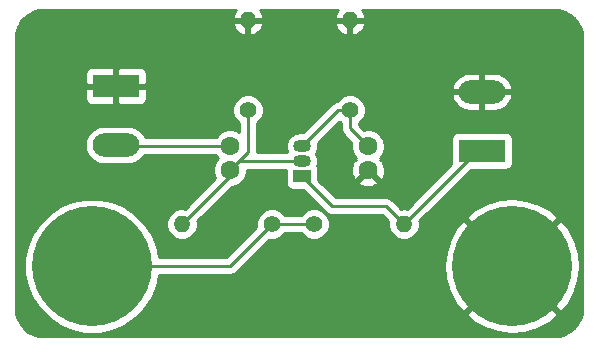
<source format=gbr>
%TF.GenerationSoftware,KiCad,Pcbnew,(5.1.8)-1*%
%TF.CreationDate,2022-01-13T18:29:01+02:00*%
%TF.ProjectId,Single_transistor_AMP,53696e67-6c65-45f7-9472-616e73697374,rev?*%
%TF.SameCoordinates,Original*%
%TF.FileFunction,Copper,L1,Top*%
%TF.FilePolarity,Positive*%
%FSLAX46Y46*%
G04 Gerber Fmt 4.6, Leading zero omitted, Abs format (unit mm)*
G04 Created by KiCad (PCBNEW (5.1.8)-1) date 2022-01-13 18:29:01*
%MOMM*%
%LPD*%
G01*
G04 APERTURE LIST*
%TA.AperFunction,ComponentPad*%
%ADD10C,1.600000*%
%TD*%
%TA.AperFunction,ComponentPad*%
%ADD11R,3.960000X1.980000*%
%TD*%
%TA.AperFunction,ComponentPad*%
%ADD12O,3.960000X1.980000*%
%TD*%
%TA.AperFunction,ComponentPad*%
%ADD13O,1.500000X1.050000*%
%TD*%
%TA.AperFunction,ComponentPad*%
%ADD14R,1.500000X1.050000*%
%TD*%
%TA.AperFunction,ComponentPad*%
%ADD15O,1.400000X1.400000*%
%TD*%
%TA.AperFunction,ComponentPad*%
%ADD16C,1.400000*%
%TD*%
%TA.AperFunction,ComponentPad*%
%ADD17C,10.160000*%
%TD*%
%TA.AperFunction,Conductor*%
%ADD18C,0.250000*%
%TD*%
%TA.AperFunction,Conductor*%
%ADD19C,0.254000*%
%TD*%
%TA.AperFunction,Conductor*%
%ADD20C,0.100000*%
%TD*%
G04 APERTURE END LIST*
D10*
%TO.P,C1,1*%
%TO.N,Net-(C1-Pad1)*%
X110236000Y-69596000D03*
%TO.P,C1,2*%
%TO.N,Net-(C1-Pad2)*%
X110236000Y-67596000D03*
%TD*%
%TO.P,C2,2*%
%TO.N,Net-(C2-Pad2)*%
X121920000Y-67596000D03*
%TO.P,C2,1*%
%TO.N,GNDREF*%
X121920000Y-69596000D03*
%TD*%
D11*
%TO.P,J1,1*%
%TO.N,GNDREF*%
X100584000Y-62484000D03*
D12*
%TO.P,J1,2*%
%TO.N,Net-(C1-Pad2)*%
X100584000Y-67484000D03*
%TD*%
%TO.P,J2,2*%
%TO.N,GNDREF*%
X131572000Y-62963001D03*
D11*
%TO.P,J2,1*%
%TO.N,Net-(J2-Pad1)*%
X131572000Y-67963001D03*
%TD*%
D13*
%TO.P,Q1,2*%
%TO.N,Net-(C1-Pad1)*%
X116332000Y-68834000D03*
%TO.P,Q1,3*%
%TO.N,Net-(C2-Pad2)*%
X116332000Y-67564000D03*
D14*
%TO.P,Q1,1*%
%TO.N,Net-(J2-Pad1)*%
X116332000Y-70104000D03*
%TD*%
D15*
%TO.P,R1,2*%
%TO.N,Net-(C1-Pad1)*%
X106172000Y-74168000D03*
D16*
%TO.P,R1,1*%
%TO.N,+9V*%
X113792000Y-74168000D03*
%TD*%
%TO.P,R2,1*%
%TO.N,Net-(C1-Pad1)*%
X111760000Y-64516000D03*
D15*
%TO.P,R2,2*%
%TO.N,GNDREF*%
X111760000Y-56896000D03*
%TD*%
D16*
%TO.P,R3,1*%
%TO.N,+9V*%
X117348000Y-74168000D03*
D15*
%TO.P,R3,2*%
%TO.N,Net-(J2-Pad1)*%
X124968000Y-74168000D03*
%TD*%
%TO.P,R4,2*%
%TO.N,GNDREF*%
X120396000Y-56896000D03*
D16*
%TO.P,R4,1*%
%TO.N,Net-(C2-Pad2)*%
X120396000Y-64516000D03*
%TD*%
D17*
%TO.P,J3,1*%
%TO.N,+9V*%
X98552000Y-77724000D03*
%TD*%
%TO.P,J4,1*%
%TO.N,GNDREF*%
X134112000Y-77724000D03*
%TD*%
D18*
%TO.N,Net-(C1-Pad1)*%
X110236000Y-70104000D02*
X110236000Y-69596000D01*
X106172000Y-74168000D02*
X110236000Y-70104000D01*
X110998000Y-68834000D02*
X116332000Y-68834000D01*
X110236000Y-69596000D02*
X110998000Y-68834000D01*
X111760000Y-68072000D02*
X111760000Y-64516000D01*
X110236000Y-69596000D02*
X111760000Y-68072000D01*
%TO.N,Net-(C1-Pad2)*%
X100696000Y-67596000D02*
X100584000Y-67484000D01*
X110236000Y-67596000D02*
X100696000Y-67596000D01*
%TO.N,Net-(C2-Pad2)*%
X120396000Y-66072000D02*
X121920000Y-67596000D01*
X120396000Y-64516000D02*
X120396000Y-66072000D01*
X119380000Y-64516000D02*
X116332000Y-67564000D01*
X120396000Y-64516000D02*
X119380000Y-64516000D01*
%TO.N,Net-(J2-Pad1)*%
X124968000Y-74168000D02*
X123444000Y-72644000D01*
X118872000Y-72644000D02*
X116332000Y-70104000D01*
X123444000Y-72644000D02*
X118872000Y-72644000D01*
X131172999Y-67963001D02*
X131572000Y-67963001D01*
X124968000Y-74168000D02*
X131172999Y-67963001D01*
%TO.N,+9V*%
X110236000Y-77724000D02*
X113792000Y-74168000D01*
X98552000Y-77724000D02*
X110236000Y-77724000D01*
X113792000Y-74168000D02*
X117348000Y-74168000D01*
%TD*%
D19*
%TO.N,GNDREF*%
X110693241Y-56093340D02*
X110557147Y-56316877D01*
X110467278Y-56562670D01*
X110589799Y-56769000D01*
X111633000Y-56769000D01*
X111633000Y-56749000D01*
X111887000Y-56749000D01*
X111887000Y-56769000D01*
X112930201Y-56769000D01*
X113052722Y-56562670D01*
X112962853Y-56316877D01*
X112826759Y-56093340D01*
X112770386Y-56032000D01*
X119385614Y-56032000D01*
X119329241Y-56093340D01*
X119193147Y-56316877D01*
X119103278Y-56562670D01*
X119225799Y-56769000D01*
X120269000Y-56769000D01*
X120269000Y-56749000D01*
X120523000Y-56749000D01*
X120523000Y-56769000D01*
X121566201Y-56769000D01*
X121688722Y-56562670D01*
X121598853Y-56316877D01*
X121462759Y-56093340D01*
X121406386Y-56032000D01*
X137635721Y-56032000D01*
X138131216Y-56080584D01*
X138576793Y-56215112D01*
X138987746Y-56433620D01*
X139348434Y-56727788D01*
X139645119Y-57086419D01*
X139866491Y-57495838D01*
X140004126Y-57940465D01*
X140056001Y-58434021D01*
X140056000Y-74708418D01*
X140056001Y-74708428D01*
X140056000Y-81247721D01*
X140007416Y-81743216D01*
X139872890Y-82188790D01*
X139654382Y-82599745D01*
X139360209Y-82960436D01*
X139001581Y-83257119D01*
X138592162Y-83478491D01*
X138147535Y-83616126D01*
X137653990Y-83668000D01*
X94520279Y-83668000D01*
X94024784Y-83619416D01*
X93579210Y-83484890D01*
X93168255Y-83266382D01*
X92807564Y-82972209D01*
X92510881Y-82613581D01*
X92289509Y-82204162D01*
X92151874Y-81759535D01*
X92100000Y-81265990D01*
X92100000Y-77161122D01*
X92837000Y-77161122D01*
X92837000Y-78286878D01*
X93056625Y-79391004D01*
X93487433Y-80431067D01*
X94112870Y-81367100D01*
X94908900Y-82163130D01*
X95844933Y-82788567D01*
X96884996Y-83219375D01*
X97989122Y-83439000D01*
X99114878Y-83439000D01*
X100219004Y-83219375D01*
X101259067Y-82788567D01*
X102195100Y-82163130D01*
X102597034Y-81761196D01*
X130254409Y-81761196D01*
X130840124Y-82443416D01*
X131823704Y-82991045D01*
X132895223Y-83336265D01*
X134013501Y-83465808D01*
X135135565Y-83374697D01*
X136218294Y-83066433D01*
X137220079Y-82552863D01*
X137383876Y-82443416D01*
X137969591Y-81761196D01*
X134112000Y-77903605D01*
X130254409Y-81761196D01*
X102597034Y-81761196D01*
X102991130Y-81367100D01*
X103616567Y-80431067D01*
X104047375Y-79391004D01*
X104227790Y-78484000D01*
X110198678Y-78484000D01*
X110236000Y-78487676D01*
X110273322Y-78484000D01*
X110273333Y-78484000D01*
X110384986Y-78473003D01*
X110528247Y-78429546D01*
X110660276Y-78358974D01*
X110776001Y-78264001D01*
X110799804Y-78234997D01*
X111409300Y-77625501D01*
X128370192Y-77625501D01*
X128461303Y-78747565D01*
X128769567Y-79830294D01*
X129283137Y-80832079D01*
X129392584Y-80995876D01*
X130074804Y-81581591D01*
X133932395Y-77724000D01*
X134291605Y-77724000D01*
X138149196Y-81581591D01*
X138831416Y-80995876D01*
X139379045Y-80012296D01*
X139724265Y-78940777D01*
X139853808Y-77822499D01*
X139762697Y-76700435D01*
X139454433Y-75617706D01*
X138940863Y-74615921D01*
X138831416Y-74452124D01*
X138149196Y-73866409D01*
X134291605Y-77724000D01*
X133932395Y-77724000D01*
X130074804Y-73866409D01*
X129392584Y-74452124D01*
X128844955Y-75435704D01*
X128499735Y-76507223D01*
X128370192Y-77625501D01*
X111409300Y-77625501D01*
X113553157Y-75481645D01*
X113660514Y-75503000D01*
X113923486Y-75503000D01*
X114181405Y-75451696D01*
X114424359Y-75351061D01*
X114643013Y-75204962D01*
X114828962Y-75019013D01*
X114889775Y-74928000D01*
X116250225Y-74928000D01*
X116311038Y-75019013D01*
X116496987Y-75204962D01*
X116715641Y-75351061D01*
X116958595Y-75451696D01*
X117216514Y-75503000D01*
X117479486Y-75503000D01*
X117737405Y-75451696D01*
X117980359Y-75351061D01*
X118199013Y-75204962D01*
X118384962Y-75019013D01*
X118531061Y-74800359D01*
X118631696Y-74557405D01*
X118683000Y-74299486D01*
X118683000Y-74036514D01*
X118631696Y-73778595D01*
X118531061Y-73535641D01*
X118384962Y-73316987D01*
X118199013Y-73131038D01*
X117980359Y-72984939D01*
X117737405Y-72884304D01*
X117479486Y-72833000D01*
X117216514Y-72833000D01*
X116958595Y-72884304D01*
X116715641Y-72984939D01*
X116496987Y-73131038D01*
X116311038Y-73316987D01*
X116250225Y-73408000D01*
X114889775Y-73408000D01*
X114828962Y-73316987D01*
X114643013Y-73131038D01*
X114424359Y-72984939D01*
X114181405Y-72884304D01*
X113923486Y-72833000D01*
X113660514Y-72833000D01*
X113402595Y-72884304D01*
X113159641Y-72984939D01*
X112940987Y-73131038D01*
X112755038Y-73316987D01*
X112608939Y-73535641D01*
X112508304Y-73778595D01*
X112457000Y-74036514D01*
X112457000Y-74299486D01*
X112478355Y-74406843D01*
X109921199Y-76964000D01*
X104227790Y-76964000D01*
X104047375Y-76056996D01*
X103616567Y-75016933D01*
X102991130Y-74080900D01*
X102195100Y-73284870D01*
X101259067Y-72659433D01*
X100219004Y-72228625D01*
X99114878Y-72009000D01*
X97989122Y-72009000D01*
X96884996Y-72228625D01*
X95844933Y-72659433D01*
X94908900Y-73284870D01*
X94112870Y-74080900D01*
X93487433Y-75016933D01*
X93056625Y-76056996D01*
X92837000Y-77161122D01*
X92100000Y-77161122D01*
X92100000Y-67484000D01*
X97961138Y-67484000D01*
X97992513Y-67802556D01*
X98085432Y-68108869D01*
X98236325Y-68391170D01*
X98439392Y-68638608D01*
X98686830Y-68841675D01*
X98969131Y-68992568D01*
X99275444Y-69085487D01*
X99514176Y-69109000D01*
X101653824Y-69109000D01*
X101892556Y-69085487D01*
X102198869Y-68992568D01*
X102481170Y-68841675D01*
X102728608Y-68638608D01*
X102931675Y-68391170D01*
X102950474Y-68356000D01*
X109017957Y-68356000D01*
X109121363Y-68510759D01*
X109206604Y-68596000D01*
X109121363Y-68681241D01*
X108964320Y-68916273D01*
X108856147Y-69177426D01*
X108801000Y-69454665D01*
X108801000Y-69737335D01*
X108856147Y-70014574D01*
X108964320Y-70275727D01*
X108974394Y-70290804D01*
X106410844Y-72854355D01*
X106303486Y-72833000D01*
X106040514Y-72833000D01*
X105782595Y-72884304D01*
X105539641Y-72984939D01*
X105320987Y-73131038D01*
X105135038Y-73316987D01*
X104988939Y-73535641D01*
X104888304Y-73778595D01*
X104837000Y-74036514D01*
X104837000Y-74299486D01*
X104888304Y-74557405D01*
X104988939Y-74800359D01*
X105135038Y-75019013D01*
X105320987Y-75204962D01*
X105539641Y-75351061D01*
X105782595Y-75451696D01*
X106040514Y-75503000D01*
X106303486Y-75503000D01*
X106561405Y-75451696D01*
X106804359Y-75351061D01*
X107023013Y-75204962D01*
X107208962Y-75019013D01*
X107355061Y-74800359D01*
X107455696Y-74557405D01*
X107507000Y-74299486D01*
X107507000Y-74036514D01*
X107485645Y-73929156D01*
X110385408Y-71029394D01*
X110654574Y-70975853D01*
X110915727Y-70867680D01*
X111150759Y-70710637D01*
X111350637Y-70510759D01*
X111507680Y-70275727D01*
X111615853Y-70014574D01*
X111671000Y-69737335D01*
X111671000Y-69594000D01*
X114943928Y-69594000D01*
X114943928Y-70629000D01*
X114956188Y-70753482D01*
X114992498Y-70873180D01*
X115051463Y-70983494D01*
X115130815Y-71080185D01*
X115227506Y-71159537D01*
X115337820Y-71218502D01*
X115457518Y-71254812D01*
X115582000Y-71267072D01*
X116420270Y-71267072D01*
X118308205Y-73155008D01*
X118331999Y-73184001D01*
X118360992Y-73207795D01*
X118360996Y-73207799D01*
X118431685Y-73265811D01*
X118447724Y-73278974D01*
X118579753Y-73349546D01*
X118723014Y-73393003D01*
X118834667Y-73404000D01*
X118834676Y-73404000D01*
X118871999Y-73407676D01*
X118909322Y-73404000D01*
X123129199Y-73404000D01*
X123654355Y-73929157D01*
X123633000Y-74036514D01*
X123633000Y-74299486D01*
X123684304Y-74557405D01*
X123784939Y-74800359D01*
X123931038Y-75019013D01*
X124116987Y-75204962D01*
X124335641Y-75351061D01*
X124578595Y-75451696D01*
X124836514Y-75503000D01*
X125099486Y-75503000D01*
X125357405Y-75451696D01*
X125600359Y-75351061D01*
X125819013Y-75204962D01*
X126004962Y-75019013D01*
X126151061Y-74800359D01*
X126251696Y-74557405D01*
X126303000Y-74299486D01*
X126303000Y-74036514D01*
X126281645Y-73929156D01*
X126523997Y-73686804D01*
X130254409Y-73686804D01*
X134112000Y-77544395D01*
X137969591Y-73686804D01*
X137383876Y-73004584D01*
X136400296Y-72456955D01*
X135328777Y-72111735D01*
X134210499Y-71982192D01*
X133088435Y-72073303D01*
X132005706Y-72381567D01*
X131003921Y-72895137D01*
X130840124Y-73004584D01*
X130254409Y-73686804D01*
X126523997Y-73686804D01*
X130619729Y-69591073D01*
X133552000Y-69591073D01*
X133676482Y-69578813D01*
X133796180Y-69542503D01*
X133906494Y-69483538D01*
X134003185Y-69404186D01*
X134082537Y-69307495D01*
X134141502Y-69197181D01*
X134177812Y-69077483D01*
X134190072Y-68953001D01*
X134190072Y-66973001D01*
X134177812Y-66848519D01*
X134141502Y-66728821D01*
X134082537Y-66618507D01*
X134003185Y-66521816D01*
X133906494Y-66442464D01*
X133796180Y-66383499D01*
X133676482Y-66347189D01*
X133552000Y-66334929D01*
X129592000Y-66334929D01*
X129467518Y-66347189D01*
X129347820Y-66383499D01*
X129237506Y-66442464D01*
X129140815Y-66521816D01*
X129061463Y-66618507D01*
X129002498Y-66728821D01*
X128966188Y-66848519D01*
X128953928Y-66973001D01*
X128953928Y-68953001D01*
X128966188Y-69077483D01*
X128970267Y-69090931D01*
X125206844Y-72854355D01*
X125099486Y-72833000D01*
X124836514Y-72833000D01*
X124729157Y-72854355D01*
X124007803Y-72133002D01*
X123984001Y-72103999D01*
X123868276Y-72009026D01*
X123736247Y-71938454D01*
X123592986Y-71894997D01*
X123481333Y-71884000D01*
X123481322Y-71884000D01*
X123444000Y-71880324D01*
X123406678Y-71884000D01*
X119186803Y-71884000D01*
X117891505Y-70588702D01*
X121106903Y-70588702D01*
X121178486Y-70832671D01*
X121433996Y-70953571D01*
X121708184Y-71022300D01*
X121990512Y-71036217D01*
X122270130Y-70994787D01*
X122536292Y-70899603D01*
X122661514Y-70832671D01*
X122733097Y-70588702D01*
X121920000Y-69775605D01*
X121106903Y-70588702D01*
X117891505Y-70588702D01*
X117720072Y-70417270D01*
X117720072Y-69579000D01*
X117707812Y-69454518D01*
X117671502Y-69334820D01*
X117636907Y-69270098D01*
X117700215Y-69061400D01*
X117722612Y-68834000D01*
X117700215Y-68606600D01*
X117633885Y-68387940D01*
X117532895Y-68199000D01*
X117633885Y-68010060D01*
X117700215Y-67791400D01*
X117722612Y-67564000D01*
X117700215Y-67336600D01*
X117684851Y-67285951D01*
X119481413Y-65489388D01*
X119544987Y-65552962D01*
X119636001Y-65613775D01*
X119636001Y-66034668D01*
X119632324Y-66072000D01*
X119646998Y-66220985D01*
X119690454Y-66364246D01*
X119761026Y-66496276D01*
X119827136Y-66576830D01*
X119856000Y-66612001D01*
X119884998Y-66635799D01*
X120521312Y-67272114D01*
X120485000Y-67454665D01*
X120485000Y-67737335D01*
X120540147Y-68014574D01*
X120648320Y-68275727D01*
X120805363Y-68510759D01*
X120886129Y-68591525D01*
X120811023Y-68666630D01*
X120927296Y-68782903D01*
X120683329Y-68854486D01*
X120562429Y-69109996D01*
X120493700Y-69384184D01*
X120479783Y-69666512D01*
X120521213Y-69946130D01*
X120616397Y-70212292D01*
X120683329Y-70337514D01*
X120927298Y-70409097D01*
X121740395Y-69596000D01*
X121726253Y-69581858D01*
X121905858Y-69402253D01*
X121920000Y-69416395D01*
X121934143Y-69402253D01*
X122113748Y-69581858D01*
X122099605Y-69596000D01*
X122912702Y-70409097D01*
X123156671Y-70337514D01*
X123277571Y-70082004D01*
X123346300Y-69807816D01*
X123360217Y-69525488D01*
X123318787Y-69245870D01*
X123223603Y-68979708D01*
X123156671Y-68854486D01*
X122912704Y-68782903D01*
X123028977Y-68666630D01*
X122953872Y-68591525D01*
X123034637Y-68510759D01*
X123191680Y-68275727D01*
X123299853Y-68014574D01*
X123355000Y-67737335D01*
X123355000Y-67454665D01*
X123299853Y-67177426D01*
X123191680Y-66916273D01*
X123034637Y-66681241D01*
X122834759Y-66481363D01*
X122599727Y-66324320D01*
X122338574Y-66216147D01*
X122061335Y-66161000D01*
X121778665Y-66161000D01*
X121596114Y-66197312D01*
X121156000Y-65757199D01*
X121156000Y-65613775D01*
X121247013Y-65552962D01*
X121432962Y-65367013D01*
X121579061Y-65148359D01*
X121679696Y-64905405D01*
X121731000Y-64647486D01*
X121731000Y-64384514D01*
X121679696Y-64126595D01*
X121579061Y-63883641D01*
X121432962Y-63664987D01*
X121247013Y-63479038D01*
X121041720Y-63341866D01*
X129001782Y-63341866D01*
X129032095Y-63467529D01*
X129160304Y-63760206D01*
X129343148Y-64022247D01*
X129573601Y-64243582D01*
X129842806Y-64415705D01*
X130140418Y-64532001D01*
X130455000Y-64588001D01*
X131445000Y-64588001D01*
X131445000Y-63090001D01*
X131699000Y-63090001D01*
X131699000Y-64588001D01*
X132689000Y-64588001D01*
X133003582Y-64532001D01*
X133301194Y-64415705D01*
X133570399Y-64243582D01*
X133800852Y-64022247D01*
X133983696Y-63760206D01*
X134111905Y-63467529D01*
X134142218Y-63341866D01*
X134022740Y-63090001D01*
X131699000Y-63090001D01*
X131445000Y-63090001D01*
X129121260Y-63090001D01*
X129001782Y-63341866D01*
X121041720Y-63341866D01*
X121028359Y-63332939D01*
X120785405Y-63232304D01*
X120527486Y-63181000D01*
X120264514Y-63181000D01*
X120006595Y-63232304D01*
X119763641Y-63332939D01*
X119544987Y-63479038D01*
X119359038Y-63664987D01*
X119295095Y-63760686D01*
X119231014Y-63766997D01*
X119087753Y-63810454D01*
X118955723Y-63881026D01*
X118901916Y-63925185D01*
X118839999Y-63975999D01*
X118816201Y-64004997D01*
X116417199Y-66404000D01*
X116050021Y-66404000D01*
X115879600Y-66420785D01*
X115660940Y-66487115D01*
X115459421Y-66594829D01*
X115282788Y-66739788D01*
X115137829Y-66916421D01*
X115030115Y-67117940D01*
X114963785Y-67336600D01*
X114941388Y-67564000D01*
X114963785Y-67791400D01*
X115030115Y-68010060D01*
X115064292Y-68074000D01*
X112523479Y-68074000D01*
X112523676Y-68072001D01*
X112520000Y-68034678D01*
X112520000Y-65613775D01*
X112611013Y-65552962D01*
X112796962Y-65367013D01*
X112943061Y-65148359D01*
X113043696Y-64905405D01*
X113095000Y-64647486D01*
X113095000Y-64384514D01*
X113043696Y-64126595D01*
X112943061Y-63883641D01*
X112796962Y-63664987D01*
X112611013Y-63479038D01*
X112392359Y-63332939D01*
X112149405Y-63232304D01*
X111891486Y-63181000D01*
X111628514Y-63181000D01*
X111370595Y-63232304D01*
X111127641Y-63332939D01*
X110908987Y-63479038D01*
X110723038Y-63664987D01*
X110576939Y-63883641D01*
X110476304Y-64126595D01*
X110425000Y-64384514D01*
X110425000Y-64647486D01*
X110476304Y-64905405D01*
X110576939Y-65148359D01*
X110723038Y-65367013D01*
X110908987Y-65552962D01*
X111000001Y-65613775D01*
X111000000Y-66380630D01*
X110915727Y-66324320D01*
X110654574Y-66216147D01*
X110377335Y-66161000D01*
X110094665Y-66161000D01*
X109817426Y-66216147D01*
X109556273Y-66324320D01*
X109321241Y-66481363D01*
X109121363Y-66681241D01*
X109017957Y-66836000D01*
X103070204Y-66836000D01*
X102931675Y-66576830D01*
X102728608Y-66329392D01*
X102481170Y-66126325D01*
X102198869Y-65975432D01*
X101892556Y-65882513D01*
X101653824Y-65859000D01*
X99514176Y-65859000D01*
X99275444Y-65882513D01*
X98969131Y-65975432D01*
X98686830Y-66126325D01*
X98439392Y-66329392D01*
X98236325Y-66576830D01*
X98085432Y-66859131D01*
X97992513Y-67165444D01*
X97961138Y-67484000D01*
X92100000Y-67484000D01*
X92100000Y-63474000D01*
X97965928Y-63474000D01*
X97978188Y-63598482D01*
X98014498Y-63718180D01*
X98073463Y-63828494D01*
X98152815Y-63925185D01*
X98249506Y-64004537D01*
X98359820Y-64063502D01*
X98479518Y-64099812D01*
X98604000Y-64112072D01*
X100298250Y-64109000D01*
X100457000Y-63950250D01*
X100457000Y-62611000D01*
X100711000Y-62611000D01*
X100711000Y-63950250D01*
X100869750Y-64109000D01*
X102564000Y-64112072D01*
X102688482Y-64099812D01*
X102808180Y-64063502D01*
X102918494Y-64004537D01*
X103015185Y-63925185D01*
X103094537Y-63828494D01*
X103153502Y-63718180D01*
X103189812Y-63598482D01*
X103202072Y-63474000D01*
X103199000Y-62769750D01*
X103040250Y-62611000D01*
X100711000Y-62611000D01*
X100457000Y-62611000D01*
X98127750Y-62611000D01*
X97969000Y-62769750D01*
X97965928Y-63474000D01*
X92100000Y-63474000D01*
X92100000Y-62584136D01*
X129001782Y-62584136D01*
X129121260Y-62836001D01*
X131445000Y-62836001D01*
X131445000Y-61338001D01*
X131699000Y-61338001D01*
X131699000Y-62836001D01*
X134022740Y-62836001D01*
X134142218Y-62584136D01*
X134111905Y-62458473D01*
X133983696Y-62165796D01*
X133800852Y-61903755D01*
X133570399Y-61682420D01*
X133301194Y-61510297D01*
X133003582Y-61394001D01*
X132689000Y-61338001D01*
X131699000Y-61338001D01*
X131445000Y-61338001D01*
X130455000Y-61338001D01*
X130140418Y-61394001D01*
X129842806Y-61510297D01*
X129573601Y-61682420D01*
X129343148Y-61903755D01*
X129160304Y-62165796D01*
X129032095Y-62458473D01*
X129001782Y-62584136D01*
X92100000Y-62584136D01*
X92100000Y-61494000D01*
X97965928Y-61494000D01*
X97969000Y-62198250D01*
X98127750Y-62357000D01*
X100457000Y-62357000D01*
X100457000Y-61017750D01*
X100711000Y-61017750D01*
X100711000Y-62357000D01*
X103040250Y-62357000D01*
X103199000Y-62198250D01*
X103202072Y-61494000D01*
X103189812Y-61369518D01*
X103153502Y-61249820D01*
X103094537Y-61139506D01*
X103015185Y-61042815D01*
X102918494Y-60963463D01*
X102808180Y-60904498D01*
X102688482Y-60868188D01*
X102564000Y-60855928D01*
X100869750Y-60859000D01*
X100711000Y-61017750D01*
X100457000Y-61017750D01*
X100298250Y-60859000D01*
X98604000Y-60855928D01*
X98479518Y-60868188D01*
X98359820Y-60904498D01*
X98249506Y-60963463D01*
X98152815Y-61042815D01*
X98073463Y-61139506D01*
X98014498Y-61249820D01*
X97978188Y-61369518D01*
X97965928Y-61494000D01*
X92100000Y-61494000D01*
X92100000Y-58452279D01*
X92148584Y-57956784D01*
X92283112Y-57511207D01*
X92432988Y-57229330D01*
X110467278Y-57229330D01*
X110557147Y-57475123D01*
X110693241Y-57698660D01*
X110870330Y-57891351D01*
X111081608Y-58045792D01*
X111318956Y-58156047D01*
X111426671Y-58188716D01*
X111633000Y-58065374D01*
X111633000Y-57023000D01*
X111887000Y-57023000D01*
X111887000Y-58065374D01*
X112093329Y-58188716D01*
X112201044Y-58156047D01*
X112438392Y-58045792D01*
X112649670Y-57891351D01*
X112826759Y-57698660D01*
X112962853Y-57475123D01*
X113052722Y-57229330D01*
X119103278Y-57229330D01*
X119193147Y-57475123D01*
X119329241Y-57698660D01*
X119506330Y-57891351D01*
X119717608Y-58045792D01*
X119954956Y-58156047D01*
X120062671Y-58188716D01*
X120269000Y-58065374D01*
X120269000Y-57023000D01*
X120523000Y-57023000D01*
X120523000Y-58065374D01*
X120729329Y-58188716D01*
X120837044Y-58156047D01*
X121074392Y-58045792D01*
X121285670Y-57891351D01*
X121462759Y-57698660D01*
X121598853Y-57475123D01*
X121688722Y-57229330D01*
X121566201Y-57023000D01*
X120523000Y-57023000D01*
X120269000Y-57023000D01*
X119225799Y-57023000D01*
X119103278Y-57229330D01*
X113052722Y-57229330D01*
X112930201Y-57023000D01*
X111887000Y-57023000D01*
X111633000Y-57023000D01*
X110589799Y-57023000D01*
X110467278Y-57229330D01*
X92432988Y-57229330D01*
X92501620Y-57100254D01*
X92795788Y-56739566D01*
X93154419Y-56442881D01*
X93563838Y-56221509D01*
X94008465Y-56083874D01*
X94502011Y-56032000D01*
X110749614Y-56032000D01*
X110693241Y-56093340D01*
%TA.AperFunction,Conductor*%
D20*
G36*
X110693241Y-56093340D02*
G01*
X110557147Y-56316877D01*
X110467278Y-56562670D01*
X110589799Y-56769000D01*
X111633000Y-56769000D01*
X111633000Y-56749000D01*
X111887000Y-56749000D01*
X111887000Y-56769000D01*
X112930201Y-56769000D01*
X113052722Y-56562670D01*
X112962853Y-56316877D01*
X112826759Y-56093340D01*
X112770386Y-56032000D01*
X119385614Y-56032000D01*
X119329241Y-56093340D01*
X119193147Y-56316877D01*
X119103278Y-56562670D01*
X119225799Y-56769000D01*
X120269000Y-56769000D01*
X120269000Y-56749000D01*
X120523000Y-56749000D01*
X120523000Y-56769000D01*
X121566201Y-56769000D01*
X121688722Y-56562670D01*
X121598853Y-56316877D01*
X121462759Y-56093340D01*
X121406386Y-56032000D01*
X137635721Y-56032000D01*
X138131216Y-56080584D01*
X138576793Y-56215112D01*
X138987746Y-56433620D01*
X139348434Y-56727788D01*
X139645119Y-57086419D01*
X139866491Y-57495838D01*
X140004126Y-57940465D01*
X140056001Y-58434021D01*
X140056000Y-74708418D01*
X140056001Y-74708428D01*
X140056000Y-81247721D01*
X140007416Y-81743216D01*
X139872890Y-82188790D01*
X139654382Y-82599745D01*
X139360209Y-82960436D01*
X139001581Y-83257119D01*
X138592162Y-83478491D01*
X138147535Y-83616126D01*
X137653990Y-83668000D01*
X94520279Y-83668000D01*
X94024784Y-83619416D01*
X93579210Y-83484890D01*
X93168255Y-83266382D01*
X92807564Y-82972209D01*
X92510881Y-82613581D01*
X92289509Y-82204162D01*
X92151874Y-81759535D01*
X92100000Y-81265990D01*
X92100000Y-77161122D01*
X92837000Y-77161122D01*
X92837000Y-78286878D01*
X93056625Y-79391004D01*
X93487433Y-80431067D01*
X94112870Y-81367100D01*
X94908900Y-82163130D01*
X95844933Y-82788567D01*
X96884996Y-83219375D01*
X97989122Y-83439000D01*
X99114878Y-83439000D01*
X100219004Y-83219375D01*
X101259067Y-82788567D01*
X102195100Y-82163130D01*
X102597034Y-81761196D01*
X130254409Y-81761196D01*
X130840124Y-82443416D01*
X131823704Y-82991045D01*
X132895223Y-83336265D01*
X134013501Y-83465808D01*
X135135565Y-83374697D01*
X136218294Y-83066433D01*
X137220079Y-82552863D01*
X137383876Y-82443416D01*
X137969591Y-81761196D01*
X134112000Y-77903605D01*
X130254409Y-81761196D01*
X102597034Y-81761196D01*
X102991130Y-81367100D01*
X103616567Y-80431067D01*
X104047375Y-79391004D01*
X104227790Y-78484000D01*
X110198678Y-78484000D01*
X110236000Y-78487676D01*
X110273322Y-78484000D01*
X110273333Y-78484000D01*
X110384986Y-78473003D01*
X110528247Y-78429546D01*
X110660276Y-78358974D01*
X110776001Y-78264001D01*
X110799804Y-78234997D01*
X111409300Y-77625501D01*
X128370192Y-77625501D01*
X128461303Y-78747565D01*
X128769567Y-79830294D01*
X129283137Y-80832079D01*
X129392584Y-80995876D01*
X130074804Y-81581591D01*
X133932395Y-77724000D01*
X134291605Y-77724000D01*
X138149196Y-81581591D01*
X138831416Y-80995876D01*
X139379045Y-80012296D01*
X139724265Y-78940777D01*
X139853808Y-77822499D01*
X139762697Y-76700435D01*
X139454433Y-75617706D01*
X138940863Y-74615921D01*
X138831416Y-74452124D01*
X138149196Y-73866409D01*
X134291605Y-77724000D01*
X133932395Y-77724000D01*
X130074804Y-73866409D01*
X129392584Y-74452124D01*
X128844955Y-75435704D01*
X128499735Y-76507223D01*
X128370192Y-77625501D01*
X111409300Y-77625501D01*
X113553157Y-75481645D01*
X113660514Y-75503000D01*
X113923486Y-75503000D01*
X114181405Y-75451696D01*
X114424359Y-75351061D01*
X114643013Y-75204962D01*
X114828962Y-75019013D01*
X114889775Y-74928000D01*
X116250225Y-74928000D01*
X116311038Y-75019013D01*
X116496987Y-75204962D01*
X116715641Y-75351061D01*
X116958595Y-75451696D01*
X117216514Y-75503000D01*
X117479486Y-75503000D01*
X117737405Y-75451696D01*
X117980359Y-75351061D01*
X118199013Y-75204962D01*
X118384962Y-75019013D01*
X118531061Y-74800359D01*
X118631696Y-74557405D01*
X118683000Y-74299486D01*
X118683000Y-74036514D01*
X118631696Y-73778595D01*
X118531061Y-73535641D01*
X118384962Y-73316987D01*
X118199013Y-73131038D01*
X117980359Y-72984939D01*
X117737405Y-72884304D01*
X117479486Y-72833000D01*
X117216514Y-72833000D01*
X116958595Y-72884304D01*
X116715641Y-72984939D01*
X116496987Y-73131038D01*
X116311038Y-73316987D01*
X116250225Y-73408000D01*
X114889775Y-73408000D01*
X114828962Y-73316987D01*
X114643013Y-73131038D01*
X114424359Y-72984939D01*
X114181405Y-72884304D01*
X113923486Y-72833000D01*
X113660514Y-72833000D01*
X113402595Y-72884304D01*
X113159641Y-72984939D01*
X112940987Y-73131038D01*
X112755038Y-73316987D01*
X112608939Y-73535641D01*
X112508304Y-73778595D01*
X112457000Y-74036514D01*
X112457000Y-74299486D01*
X112478355Y-74406843D01*
X109921199Y-76964000D01*
X104227790Y-76964000D01*
X104047375Y-76056996D01*
X103616567Y-75016933D01*
X102991130Y-74080900D01*
X102195100Y-73284870D01*
X101259067Y-72659433D01*
X100219004Y-72228625D01*
X99114878Y-72009000D01*
X97989122Y-72009000D01*
X96884996Y-72228625D01*
X95844933Y-72659433D01*
X94908900Y-73284870D01*
X94112870Y-74080900D01*
X93487433Y-75016933D01*
X93056625Y-76056996D01*
X92837000Y-77161122D01*
X92100000Y-77161122D01*
X92100000Y-67484000D01*
X97961138Y-67484000D01*
X97992513Y-67802556D01*
X98085432Y-68108869D01*
X98236325Y-68391170D01*
X98439392Y-68638608D01*
X98686830Y-68841675D01*
X98969131Y-68992568D01*
X99275444Y-69085487D01*
X99514176Y-69109000D01*
X101653824Y-69109000D01*
X101892556Y-69085487D01*
X102198869Y-68992568D01*
X102481170Y-68841675D01*
X102728608Y-68638608D01*
X102931675Y-68391170D01*
X102950474Y-68356000D01*
X109017957Y-68356000D01*
X109121363Y-68510759D01*
X109206604Y-68596000D01*
X109121363Y-68681241D01*
X108964320Y-68916273D01*
X108856147Y-69177426D01*
X108801000Y-69454665D01*
X108801000Y-69737335D01*
X108856147Y-70014574D01*
X108964320Y-70275727D01*
X108974394Y-70290804D01*
X106410844Y-72854355D01*
X106303486Y-72833000D01*
X106040514Y-72833000D01*
X105782595Y-72884304D01*
X105539641Y-72984939D01*
X105320987Y-73131038D01*
X105135038Y-73316987D01*
X104988939Y-73535641D01*
X104888304Y-73778595D01*
X104837000Y-74036514D01*
X104837000Y-74299486D01*
X104888304Y-74557405D01*
X104988939Y-74800359D01*
X105135038Y-75019013D01*
X105320987Y-75204962D01*
X105539641Y-75351061D01*
X105782595Y-75451696D01*
X106040514Y-75503000D01*
X106303486Y-75503000D01*
X106561405Y-75451696D01*
X106804359Y-75351061D01*
X107023013Y-75204962D01*
X107208962Y-75019013D01*
X107355061Y-74800359D01*
X107455696Y-74557405D01*
X107507000Y-74299486D01*
X107507000Y-74036514D01*
X107485645Y-73929156D01*
X110385408Y-71029394D01*
X110654574Y-70975853D01*
X110915727Y-70867680D01*
X111150759Y-70710637D01*
X111350637Y-70510759D01*
X111507680Y-70275727D01*
X111615853Y-70014574D01*
X111671000Y-69737335D01*
X111671000Y-69594000D01*
X114943928Y-69594000D01*
X114943928Y-70629000D01*
X114956188Y-70753482D01*
X114992498Y-70873180D01*
X115051463Y-70983494D01*
X115130815Y-71080185D01*
X115227506Y-71159537D01*
X115337820Y-71218502D01*
X115457518Y-71254812D01*
X115582000Y-71267072D01*
X116420270Y-71267072D01*
X118308205Y-73155008D01*
X118331999Y-73184001D01*
X118360992Y-73207795D01*
X118360996Y-73207799D01*
X118431685Y-73265811D01*
X118447724Y-73278974D01*
X118579753Y-73349546D01*
X118723014Y-73393003D01*
X118834667Y-73404000D01*
X118834676Y-73404000D01*
X118871999Y-73407676D01*
X118909322Y-73404000D01*
X123129199Y-73404000D01*
X123654355Y-73929157D01*
X123633000Y-74036514D01*
X123633000Y-74299486D01*
X123684304Y-74557405D01*
X123784939Y-74800359D01*
X123931038Y-75019013D01*
X124116987Y-75204962D01*
X124335641Y-75351061D01*
X124578595Y-75451696D01*
X124836514Y-75503000D01*
X125099486Y-75503000D01*
X125357405Y-75451696D01*
X125600359Y-75351061D01*
X125819013Y-75204962D01*
X126004962Y-75019013D01*
X126151061Y-74800359D01*
X126251696Y-74557405D01*
X126303000Y-74299486D01*
X126303000Y-74036514D01*
X126281645Y-73929156D01*
X126523997Y-73686804D01*
X130254409Y-73686804D01*
X134112000Y-77544395D01*
X137969591Y-73686804D01*
X137383876Y-73004584D01*
X136400296Y-72456955D01*
X135328777Y-72111735D01*
X134210499Y-71982192D01*
X133088435Y-72073303D01*
X132005706Y-72381567D01*
X131003921Y-72895137D01*
X130840124Y-73004584D01*
X130254409Y-73686804D01*
X126523997Y-73686804D01*
X130619729Y-69591073D01*
X133552000Y-69591073D01*
X133676482Y-69578813D01*
X133796180Y-69542503D01*
X133906494Y-69483538D01*
X134003185Y-69404186D01*
X134082537Y-69307495D01*
X134141502Y-69197181D01*
X134177812Y-69077483D01*
X134190072Y-68953001D01*
X134190072Y-66973001D01*
X134177812Y-66848519D01*
X134141502Y-66728821D01*
X134082537Y-66618507D01*
X134003185Y-66521816D01*
X133906494Y-66442464D01*
X133796180Y-66383499D01*
X133676482Y-66347189D01*
X133552000Y-66334929D01*
X129592000Y-66334929D01*
X129467518Y-66347189D01*
X129347820Y-66383499D01*
X129237506Y-66442464D01*
X129140815Y-66521816D01*
X129061463Y-66618507D01*
X129002498Y-66728821D01*
X128966188Y-66848519D01*
X128953928Y-66973001D01*
X128953928Y-68953001D01*
X128966188Y-69077483D01*
X128970267Y-69090931D01*
X125206844Y-72854355D01*
X125099486Y-72833000D01*
X124836514Y-72833000D01*
X124729157Y-72854355D01*
X124007803Y-72133002D01*
X123984001Y-72103999D01*
X123868276Y-72009026D01*
X123736247Y-71938454D01*
X123592986Y-71894997D01*
X123481333Y-71884000D01*
X123481322Y-71884000D01*
X123444000Y-71880324D01*
X123406678Y-71884000D01*
X119186803Y-71884000D01*
X117891505Y-70588702D01*
X121106903Y-70588702D01*
X121178486Y-70832671D01*
X121433996Y-70953571D01*
X121708184Y-71022300D01*
X121990512Y-71036217D01*
X122270130Y-70994787D01*
X122536292Y-70899603D01*
X122661514Y-70832671D01*
X122733097Y-70588702D01*
X121920000Y-69775605D01*
X121106903Y-70588702D01*
X117891505Y-70588702D01*
X117720072Y-70417270D01*
X117720072Y-69579000D01*
X117707812Y-69454518D01*
X117671502Y-69334820D01*
X117636907Y-69270098D01*
X117700215Y-69061400D01*
X117722612Y-68834000D01*
X117700215Y-68606600D01*
X117633885Y-68387940D01*
X117532895Y-68199000D01*
X117633885Y-68010060D01*
X117700215Y-67791400D01*
X117722612Y-67564000D01*
X117700215Y-67336600D01*
X117684851Y-67285951D01*
X119481413Y-65489388D01*
X119544987Y-65552962D01*
X119636001Y-65613775D01*
X119636001Y-66034668D01*
X119632324Y-66072000D01*
X119646998Y-66220985D01*
X119690454Y-66364246D01*
X119761026Y-66496276D01*
X119827136Y-66576830D01*
X119856000Y-66612001D01*
X119884998Y-66635799D01*
X120521312Y-67272114D01*
X120485000Y-67454665D01*
X120485000Y-67737335D01*
X120540147Y-68014574D01*
X120648320Y-68275727D01*
X120805363Y-68510759D01*
X120886129Y-68591525D01*
X120811023Y-68666630D01*
X120927296Y-68782903D01*
X120683329Y-68854486D01*
X120562429Y-69109996D01*
X120493700Y-69384184D01*
X120479783Y-69666512D01*
X120521213Y-69946130D01*
X120616397Y-70212292D01*
X120683329Y-70337514D01*
X120927298Y-70409097D01*
X121740395Y-69596000D01*
X121726253Y-69581858D01*
X121905858Y-69402253D01*
X121920000Y-69416395D01*
X121934143Y-69402253D01*
X122113748Y-69581858D01*
X122099605Y-69596000D01*
X122912702Y-70409097D01*
X123156671Y-70337514D01*
X123277571Y-70082004D01*
X123346300Y-69807816D01*
X123360217Y-69525488D01*
X123318787Y-69245870D01*
X123223603Y-68979708D01*
X123156671Y-68854486D01*
X122912704Y-68782903D01*
X123028977Y-68666630D01*
X122953872Y-68591525D01*
X123034637Y-68510759D01*
X123191680Y-68275727D01*
X123299853Y-68014574D01*
X123355000Y-67737335D01*
X123355000Y-67454665D01*
X123299853Y-67177426D01*
X123191680Y-66916273D01*
X123034637Y-66681241D01*
X122834759Y-66481363D01*
X122599727Y-66324320D01*
X122338574Y-66216147D01*
X122061335Y-66161000D01*
X121778665Y-66161000D01*
X121596114Y-66197312D01*
X121156000Y-65757199D01*
X121156000Y-65613775D01*
X121247013Y-65552962D01*
X121432962Y-65367013D01*
X121579061Y-65148359D01*
X121679696Y-64905405D01*
X121731000Y-64647486D01*
X121731000Y-64384514D01*
X121679696Y-64126595D01*
X121579061Y-63883641D01*
X121432962Y-63664987D01*
X121247013Y-63479038D01*
X121041720Y-63341866D01*
X129001782Y-63341866D01*
X129032095Y-63467529D01*
X129160304Y-63760206D01*
X129343148Y-64022247D01*
X129573601Y-64243582D01*
X129842806Y-64415705D01*
X130140418Y-64532001D01*
X130455000Y-64588001D01*
X131445000Y-64588001D01*
X131445000Y-63090001D01*
X131699000Y-63090001D01*
X131699000Y-64588001D01*
X132689000Y-64588001D01*
X133003582Y-64532001D01*
X133301194Y-64415705D01*
X133570399Y-64243582D01*
X133800852Y-64022247D01*
X133983696Y-63760206D01*
X134111905Y-63467529D01*
X134142218Y-63341866D01*
X134022740Y-63090001D01*
X131699000Y-63090001D01*
X131445000Y-63090001D01*
X129121260Y-63090001D01*
X129001782Y-63341866D01*
X121041720Y-63341866D01*
X121028359Y-63332939D01*
X120785405Y-63232304D01*
X120527486Y-63181000D01*
X120264514Y-63181000D01*
X120006595Y-63232304D01*
X119763641Y-63332939D01*
X119544987Y-63479038D01*
X119359038Y-63664987D01*
X119295095Y-63760686D01*
X119231014Y-63766997D01*
X119087753Y-63810454D01*
X118955723Y-63881026D01*
X118901916Y-63925185D01*
X118839999Y-63975999D01*
X118816201Y-64004997D01*
X116417199Y-66404000D01*
X116050021Y-66404000D01*
X115879600Y-66420785D01*
X115660940Y-66487115D01*
X115459421Y-66594829D01*
X115282788Y-66739788D01*
X115137829Y-66916421D01*
X115030115Y-67117940D01*
X114963785Y-67336600D01*
X114941388Y-67564000D01*
X114963785Y-67791400D01*
X115030115Y-68010060D01*
X115064292Y-68074000D01*
X112523479Y-68074000D01*
X112523676Y-68072001D01*
X112520000Y-68034678D01*
X112520000Y-65613775D01*
X112611013Y-65552962D01*
X112796962Y-65367013D01*
X112943061Y-65148359D01*
X113043696Y-64905405D01*
X113095000Y-64647486D01*
X113095000Y-64384514D01*
X113043696Y-64126595D01*
X112943061Y-63883641D01*
X112796962Y-63664987D01*
X112611013Y-63479038D01*
X112392359Y-63332939D01*
X112149405Y-63232304D01*
X111891486Y-63181000D01*
X111628514Y-63181000D01*
X111370595Y-63232304D01*
X111127641Y-63332939D01*
X110908987Y-63479038D01*
X110723038Y-63664987D01*
X110576939Y-63883641D01*
X110476304Y-64126595D01*
X110425000Y-64384514D01*
X110425000Y-64647486D01*
X110476304Y-64905405D01*
X110576939Y-65148359D01*
X110723038Y-65367013D01*
X110908987Y-65552962D01*
X111000001Y-65613775D01*
X111000000Y-66380630D01*
X110915727Y-66324320D01*
X110654574Y-66216147D01*
X110377335Y-66161000D01*
X110094665Y-66161000D01*
X109817426Y-66216147D01*
X109556273Y-66324320D01*
X109321241Y-66481363D01*
X109121363Y-66681241D01*
X109017957Y-66836000D01*
X103070204Y-66836000D01*
X102931675Y-66576830D01*
X102728608Y-66329392D01*
X102481170Y-66126325D01*
X102198869Y-65975432D01*
X101892556Y-65882513D01*
X101653824Y-65859000D01*
X99514176Y-65859000D01*
X99275444Y-65882513D01*
X98969131Y-65975432D01*
X98686830Y-66126325D01*
X98439392Y-66329392D01*
X98236325Y-66576830D01*
X98085432Y-66859131D01*
X97992513Y-67165444D01*
X97961138Y-67484000D01*
X92100000Y-67484000D01*
X92100000Y-63474000D01*
X97965928Y-63474000D01*
X97978188Y-63598482D01*
X98014498Y-63718180D01*
X98073463Y-63828494D01*
X98152815Y-63925185D01*
X98249506Y-64004537D01*
X98359820Y-64063502D01*
X98479518Y-64099812D01*
X98604000Y-64112072D01*
X100298250Y-64109000D01*
X100457000Y-63950250D01*
X100457000Y-62611000D01*
X100711000Y-62611000D01*
X100711000Y-63950250D01*
X100869750Y-64109000D01*
X102564000Y-64112072D01*
X102688482Y-64099812D01*
X102808180Y-64063502D01*
X102918494Y-64004537D01*
X103015185Y-63925185D01*
X103094537Y-63828494D01*
X103153502Y-63718180D01*
X103189812Y-63598482D01*
X103202072Y-63474000D01*
X103199000Y-62769750D01*
X103040250Y-62611000D01*
X100711000Y-62611000D01*
X100457000Y-62611000D01*
X98127750Y-62611000D01*
X97969000Y-62769750D01*
X97965928Y-63474000D01*
X92100000Y-63474000D01*
X92100000Y-62584136D01*
X129001782Y-62584136D01*
X129121260Y-62836001D01*
X131445000Y-62836001D01*
X131445000Y-61338001D01*
X131699000Y-61338001D01*
X131699000Y-62836001D01*
X134022740Y-62836001D01*
X134142218Y-62584136D01*
X134111905Y-62458473D01*
X133983696Y-62165796D01*
X133800852Y-61903755D01*
X133570399Y-61682420D01*
X133301194Y-61510297D01*
X133003582Y-61394001D01*
X132689000Y-61338001D01*
X131699000Y-61338001D01*
X131445000Y-61338001D01*
X130455000Y-61338001D01*
X130140418Y-61394001D01*
X129842806Y-61510297D01*
X129573601Y-61682420D01*
X129343148Y-61903755D01*
X129160304Y-62165796D01*
X129032095Y-62458473D01*
X129001782Y-62584136D01*
X92100000Y-62584136D01*
X92100000Y-61494000D01*
X97965928Y-61494000D01*
X97969000Y-62198250D01*
X98127750Y-62357000D01*
X100457000Y-62357000D01*
X100457000Y-61017750D01*
X100711000Y-61017750D01*
X100711000Y-62357000D01*
X103040250Y-62357000D01*
X103199000Y-62198250D01*
X103202072Y-61494000D01*
X103189812Y-61369518D01*
X103153502Y-61249820D01*
X103094537Y-61139506D01*
X103015185Y-61042815D01*
X102918494Y-60963463D01*
X102808180Y-60904498D01*
X102688482Y-60868188D01*
X102564000Y-60855928D01*
X100869750Y-60859000D01*
X100711000Y-61017750D01*
X100457000Y-61017750D01*
X100298250Y-60859000D01*
X98604000Y-60855928D01*
X98479518Y-60868188D01*
X98359820Y-60904498D01*
X98249506Y-60963463D01*
X98152815Y-61042815D01*
X98073463Y-61139506D01*
X98014498Y-61249820D01*
X97978188Y-61369518D01*
X97965928Y-61494000D01*
X92100000Y-61494000D01*
X92100000Y-58452279D01*
X92148584Y-57956784D01*
X92283112Y-57511207D01*
X92432988Y-57229330D01*
X110467278Y-57229330D01*
X110557147Y-57475123D01*
X110693241Y-57698660D01*
X110870330Y-57891351D01*
X111081608Y-58045792D01*
X111318956Y-58156047D01*
X111426671Y-58188716D01*
X111633000Y-58065374D01*
X111633000Y-57023000D01*
X111887000Y-57023000D01*
X111887000Y-58065374D01*
X112093329Y-58188716D01*
X112201044Y-58156047D01*
X112438392Y-58045792D01*
X112649670Y-57891351D01*
X112826759Y-57698660D01*
X112962853Y-57475123D01*
X113052722Y-57229330D01*
X119103278Y-57229330D01*
X119193147Y-57475123D01*
X119329241Y-57698660D01*
X119506330Y-57891351D01*
X119717608Y-58045792D01*
X119954956Y-58156047D01*
X120062671Y-58188716D01*
X120269000Y-58065374D01*
X120269000Y-57023000D01*
X120523000Y-57023000D01*
X120523000Y-58065374D01*
X120729329Y-58188716D01*
X120837044Y-58156047D01*
X121074392Y-58045792D01*
X121285670Y-57891351D01*
X121462759Y-57698660D01*
X121598853Y-57475123D01*
X121688722Y-57229330D01*
X121566201Y-57023000D01*
X120523000Y-57023000D01*
X120269000Y-57023000D01*
X119225799Y-57023000D01*
X119103278Y-57229330D01*
X113052722Y-57229330D01*
X112930201Y-57023000D01*
X111887000Y-57023000D01*
X111633000Y-57023000D01*
X110589799Y-57023000D01*
X110467278Y-57229330D01*
X92432988Y-57229330D01*
X92501620Y-57100254D01*
X92795788Y-56739566D01*
X93154419Y-56442881D01*
X93563838Y-56221509D01*
X94008465Y-56083874D01*
X94502011Y-56032000D01*
X110749614Y-56032000D01*
X110693241Y-56093340D01*
G37*
%TD.AperFunction*%
%TD*%
M02*

</source>
